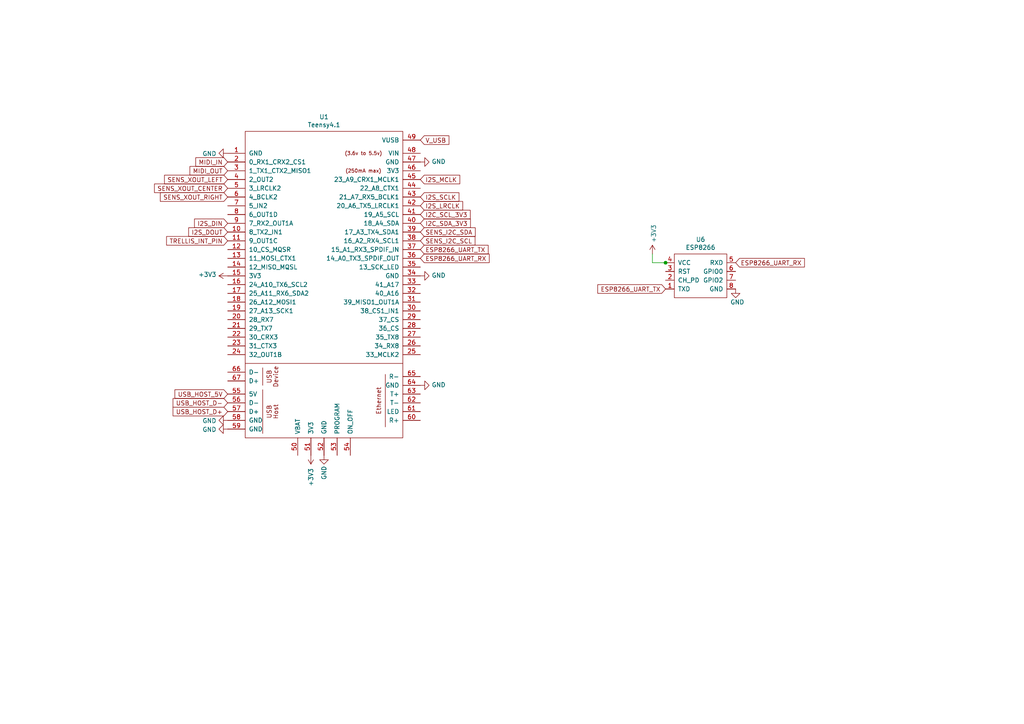
<source format=kicad_sch>
(kicad_sch (version 20211123) (generator eeschema)
  (paper "A4")
  (lib_symbols
    (symbol "RTPLibs:ESP82SerialTransc" (pin_names (offset 1.016))
      (property "Reference" "U" (at -6.35 7.62 0))
      (property "Value" "RTPLibs_ESP82SerialTransc" (at 0 -8.89 0))
      (symbol "ESP82SerialTransc_0_1"
        (rectangle (start -7.62 6.35) (end 7.62 -6.35))
      )
      (symbol "ESP82SerialTransc_1_1"
        (pin input line (at -10.16 -3.81 0) (length 2.54) (name "TXD") (number "1"))
        (pin input line (at -10.16 -1.27 0) (length 2.54) (name "CH_PD") (number "2"))
        (pin input line (at -10.16 1.27 0) (length 2.54) (name "RST") (number "3"))
        (pin input line (at -10.16 3.81 0) (length 2.54) (name "VCC") (number "4"))
        (pin input line (at 10.16 3.81 180) (length 2.54) (name "RXD") (number "5"))
        (pin input line (at 10.16 1.27 180) (length 2.54) (name "GPIO0") (number "6"))
        (pin input line (at 10.16 -1.27 180) (length 2.54) (name "GPIO2") (number "7"))
        (pin input line (at 10.16 -3.81 180) (length 2.54) (name "GND") (number "8"))
      )
    )
    (symbol "power:+3V3" (power) (pin_names (offset 0))
      (property "Value" "+3V3" (at 0 3.556 0))
      (symbol "+3V3_0_1"
        (polyline (pts (xy -0.762 1.27) (xy 0 2.54)))
        (polyline (pts (xy 0 0) (xy 0 2.54)))
        (polyline (pts (xy 0 2.54) (xy 0.762 1.27)))
      )
      (symbol "+3V3_1_1"
        (pin power_in line (at 0 0 90) (length 0) hide (name "+3V3") (number "1"))
      )
    )
    (symbol "power:GND" (power) (pin_names (offset 0))
      (property "Value" "GND" (at 0 -3.81 0))
      (symbol "GND_0_1"
        (polyline (pts (xy 0 0) (xy 0 -1.27) (xy 1.27 -1.27) (xy 0 -2.54) (xy -1.27 -1.27) (xy 0 -1.27)))
      )
      (symbol "GND_1_1"
        (pin power_in line (at 0 0 270) (length 0) hide (name "GND") (number "1"))
      )
    )
    (symbol "teensy:Teensy4.1" (pin_names (offset 1.016))
      (property "Reference" "U" (at 0 64.77 0))
      (property "Value" "teensy_Teensy4.1" (at 0 62.23 0))
      (symbol "Teensy4.1_0_0"
        (polyline (pts (xy -22.86 -6.35) (xy 22.86 -6.35)))
        (polyline (pts (xy -17.78 -26.67) (xy -17.78 -13.97)))
        (polyline (pts (xy -17.78 -7.62) (xy -17.78 -12.7)))
        (polyline (pts (xy 17.78 -9.525) (xy 17.78 -24.765)))
        (text "(250mA max)" (at 11.43 49.53 0) (effects (font (size 1.016 1.016))))
        (text "(3.6v to 5.5v)" (at 11.43 54.61 0) (effects (font (size 1.016 1.016))))
        (text "Device" (at -13.97 -10.16 900) (effects (font (size 1.27 1.27))))
        (text "Ethernet" (at 15.875 -17.145 900) (effects (font (size 1.27 1.27))))
        (text "Host" (at -13.97 -20.32 900) (effects (font (size 1.27 1.27))))
        (text "USB" (at -15.875 -20.32 900) (effects (font (size 1.27 1.27))))
        (text "USB" (at -15.875 -10.16 900) (effects (font (size 1.27 1.27))))
        (pin bidirectional line (at -27.94 31.75 0) (length 5.08) (name "8_TX2_IN1") (number "10"))
        (pin bidirectional line (at -27.94 29.21 0) (length 5.08) (name "9_OUT1C") (number "11"))
        (pin bidirectional line (at -27.94 26.67 0) (length 5.08) (name "10_CS_MQSR") (number "12"))
        (pin bidirectional line (at -27.94 24.13 0) (length 5.08) (name "11_MOSI_CTX1") (number "13"))
        (pin bidirectional line (at -27.94 21.59 0) (length 5.08) (name "12_MISO_MQSL") (number "14"))
        (pin power_in line (at -27.94 19.05 0) (length 5.08) (name "3V3") (number "15"))
        (pin bidirectional line (at -27.94 16.51 0) (length 5.08) (name "24_A10_TX6_SCL2") (number "16"))
        (pin bidirectional line (at -27.94 13.97 0) (length 5.08) (name "25_A11_RX6_SDA2") (number "17"))
        (pin bidirectional line (at -27.94 11.43 0) (length 5.08) (name "26_A12_MOSI1") (number "18"))
        (pin bidirectional line (at -27.94 8.89 0) (length 5.08) (name "27_A13_SCK1") (number "19"))
        (pin bidirectional line (at -27.94 6.35 0) (length 5.08) (name "28_RX7") (number "20"))
        (pin bidirectional line (at -27.94 3.81 0) (length 5.08) (name "29_TX7") (number "21"))
        (pin bidirectional line (at -27.94 1.27 0) (length 5.08) (name "30_CRX3") (number "22"))
        (pin bidirectional line (at -27.94 -1.27 0) (length 5.08) (name "31_CTX3") (number "23"))
        (pin bidirectional line (at -27.94 -3.81 0) (length 5.08) (name "32_OUT1B") (number "24"))
        (pin bidirectional line (at 27.94 -3.81 180) (length 5.08) (name "33_MCLK2") (number "25"))
        (pin bidirectional line (at 27.94 -1.27 180) (length 5.08) (name "34_RX8") (number "26"))
        (pin bidirectional line (at 27.94 1.27 180) (length 5.08) (name "35_TX8") (number "27"))
        (pin bidirectional line (at 27.94 3.81 180) (length 5.08) (name "36_CS") (number "28"))
        (pin bidirectional line (at 27.94 6.35 180) (length 5.08) (name "37_CS") (number "29"))
        (pin bidirectional line (at 27.94 8.89 180) (length 5.08) (name "38_CS1_IN1") (number "30"))
        (pin bidirectional line (at 27.94 11.43 180) (length 5.08) (name "39_MISO1_OUT1A") (number "31"))
        (pin bidirectional line (at 27.94 13.97 180) (length 5.08) (name "40_A16") (number "32"))
        (pin bidirectional line (at 27.94 16.51 180) (length 5.08) (name "41_A17") (number "33"))
        (pin bidirectional line (at 27.94 21.59 180) (length 5.08) (name "13_SCK_LED") (number "35"))
        (pin bidirectional line (at 27.94 24.13 180) (length 5.08) (name "14_A0_TX3_SPDIF_OUT") (number "36"))
        (pin bidirectional line (at 27.94 26.67 180) (length 5.08) (name "15_A1_RX3_SPDIF_IN") (number "37"))
        (pin bidirectional line (at 27.94 29.21 180) (length 5.08) (name "16_A2_RX4_SCL1") (number "38"))
        (pin bidirectional line (at 27.94 31.75 180) (length 5.08) (name "17_A3_TX4_SDA1") (number "39"))
        (pin bidirectional line (at 27.94 34.29 180) (length 5.08) (name "18_A4_SDA") (number "40"))
        (pin bidirectional line (at 27.94 36.83 180) (length 5.08) (name "19_A5_SCL") (number "41"))
        (pin bidirectional line (at 27.94 39.37 180) (length 5.08) (name "20_A6_TX5_LRCLK1") (number "42"))
        (pin bidirectional line (at 27.94 41.91 180) (length 5.08) (name "21_A7_RX5_BCLK1") (number "43"))
        (pin bidirectional line (at 27.94 44.45 180) (length 5.08) (name "22_A8_CTX1") (number "44"))
        (pin bidirectional line (at 27.94 46.99 180) (length 5.08) (name "23_A9_CRX1_MCLK1") (number "45"))
        (pin output line (at 27.94 49.53 180) (length 5.08) (name "3V3") (number "46"))
        (pin output line (at 27.94 52.07 180) (length 5.08) (name "GND") (number "47"))
        (pin power_in line (at 27.94 54.61 180) (length 5.08) (name "VIN") (number "48"))
        (pin power_out line (at 27.94 58.42 180) (length 5.08) (name "VUSB") (number "49"))
        (pin bidirectional line (at -27.94 44.45 0) (length 5.08) (name "3_LRCLK2") (number "5"))
        (pin power_in line (at -7.62 -33.02 90) (length 5.08) (name "VBAT") (number "50"))
        (pin power_in line (at -3.81 -33.02 90) (length 5.08) (name "3V3") (number "51"))
        (pin input line (at 0 -33.02 90) (length 5.08) (name "GND") (number "52"))
        (pin input line (at 3.81 -33.02 90) (length 5.08) (name "PROGRAM") (number "53"))
        (pin input line (at 7.62 -33.02 90) (length 5.08) (name "ON_OFF") (number "54"))
        (pin power_out line (at -27.94 -15.24 0) (length 5.08) (name "5V") (number "55"))
        (pin bidirectional line (at -27.94 -17.78 0) (length 5.08) (name "D-") (number "56"))
        (pin bidirectional line (at -27.94 -20.32 0) (length 5.08) (name "D+") (number "57"))
        (pin power_in line (at -27.94 -22.86 0) (length 5.08) (name "GND") (number "58"))
        (pin power_in line (at -27.94 -25.4 0) (length 5.08) (name "GND") (number "59"))
        (pin bidirectional line (at -27.94 41.91 0) (length 5.08) (name "4_BCLK2") (number "6"))
        (pin bidirectional line (at 27.94 -22.86 180) (length 5.08) (name "R+") (number "60"))
        (pin bidirectional line (at 27.94 -20.32 180) (length 5.08) (name "LED") (number "61"))
        (pin bidirectional line (at 27.94 -17.78 180) (length 5.08) (name "T-") (number "62"))
        (pin bidirectional line (at 27.94 -15.24 180) (length 5.08) (name "T+") (number "63"))
        (pin power_in line (at 27.94 -12.7 180) (length 5.08) (name "GND") (number "64"))
        (pin bidirectional line (at 27.94 -10.16 180) (length 5.08) (name "R-") (number "65"))
        (pin bidirectional line (at -27.94 -8.89 0) (length 5.08) (name "D-") (number "66"))
        (pin bidirectional line (at -27.94 -11.43 0) (length 5.08) (name "D+") (number "67"))
        (pin bidirectional line (at -27.94 39.37 0) (length 5.08) (name "5_IN2") (number "7"))
        (pin bidirectional line (at -27.94 36.83 0) (length 5.08) (name "6_OUT1D") (number "8"))
        (pin bidirectional line (at -27.94 34.29 0) (length 5.08) (name "7_RX2_OUT1A") (number "9"))
      )
      (symbol "Teensy4.1_0_1"
        (rectangle (start -22.86 60.96) (end 22.86 -27.94))
        (rectangle (start -20.32 -1.27) (end -20.32 -1.27))
      )
      (symbol "Teensy4.1_1_1"
        (pin power_in line (at -27.94 54.61 0) (length 5.08) (name "GND") (number "1"))
        (pin bidirectional line (at -27.94 52.07 0) (length 5.08) (name "0_RX1_CRX2_CS1") (number "2"))
        (pin bidirectional line (at -27.94 49.53 0) (length 5.08) (name "1_TX1_CTX2_MISO1") (number "3"))
        (pin power_in line (at 27.94 19.05 180) (length 5.08) (name "GND") (number "34"))
        (pin bidirectional line (at -27.94 46.99 0) (length 5.08) (name "2_OUT2") (number "4"))
      )
    )
  )
  (junction (at 193.04 76.2))
  (wire (pts (xy 194.31 76.2) (xy 193.04 76.2)))
  (wire (pts (xy 189.23 76.2) (xy 189.23 73.66)))
  (wire (pts (xy 193.04 76.2) (xy 189.23 76.2)))
  (global_label "I2S_DIN" (shape input) (at 66.04 64.77 180) (property "Intersheet References" "${INTERSHEET_REFS}" (effects hide)))
  (global_label "ESP8266_UART_RX" (shape input) (at 121.92 74.93 0) (property "Intersheet References" "${INTERSHEET_REFS}" (effects hide)))
  (global_label "ESP8266_UART_RX" (shape input) (at 213.36 76.2 0) (property "Intersheet References" "${INTERSHEET_REFS}" (effects hide)))
  (global_label "SENS_I2C_SDA" (shape input) (at 121.92 67.31 0) (property "Intersheet References" "${INTERSHEET_REFS}" (effects hide)))
  (global_label "USB_HOST_5V" (shape input) (at 66.04 114.3 180) (property "Intersheet References" "${INTERSHEET_REFS}" (effects hide)))
  (global_label "I2S_SCLK" (shape input) (at 121.92 57.15 0) (property "Intersheet References" "${INTERSHEET_REFS}" (effects hide)))
  (global_label "ESP8266_UART_TX" (shape input) (at 193.04 83.82 180) (property "Intersheet References" "${INTERSHEET_REFS}" (effects hide)))
  (global_label "I2S_DOUT" (shape input) (at 66.04 67.31 180) (property "Intersheet References" "${INTERSHEET_REFS}" (effects hide)))
  (global_label "SENS_I2C_SCL" (shape input) (at 121.92 69.85 0) (property "Intersheet References" "${INTERSHEET_REFS}" (effects hide)))
  (global_label "USB_HOST_D+" (shape input) (at 66.04 119.38 180) (property "Intersheet References" "${INTERSHEET_REFS}" (effects hide)))
  (global_label "MIDI_OUT" (shape input) (at 66.04 49.53 180) (property "Intersheet References" "${INTERSHEET_REFS}" (effects hide)))
  (global_label "MIDI_IN" (shape input) (at 66.04 46.99 180) (property "Intersheet References" "${INTERSHEET_REFS}" (effects hide)))
  (global_label "I2C_SDA_3V3" (shape input) (at 121.92 64.77 0) (property "Intersheet References" "${INTERSHEET_REFS}" (effects hide)))
  (global_label "I2C_SCL_3V3" (shape input) (at 121.92 62.23 0) (property "Intersheet References" "${INTERSHEET_REFS}" (effects hide)))
  (global_label "SENS_XOUT_LEFT" (shape input) (at 66.04 52.07 180) (property "Intersheet References" "${INTERSHEET_REFS}" (effects hide)))
  (global_label "V_USB" (shape input) (at 121.92 40.64 0) (property "Intersheet References" "${INTERSHEET_REFS}" (effects hide)))
  (global_label "SENS_XOUT_RIGHT" (shape input) (at 66.04 57.15 180) (property "Intersheet References" "${INTERSHEET_REFS}" (effects hide)))
  (global_label "TRELLIS_INT_PIN" (shape input) (at 66.04 69.85 180) (property "Intersheet References" "${INTERSHEET_REFS}" (effects hide)))
  (global_label "I2S_LRCLK" (shape input) (at 121.92 59.69 0) (property "Intersheet References" "${INTERSHEET_REFS}" (effects hide)))
  (global_label "SENS_XOUT_CENTER" (shape input) (at 66.04 54.61 180) (property "Intersheet References" "${INTERSHEET_REFS}" (effects hide)))
  (global_label "USB_HOST_D-" (shape input) (at 66.04 116.84 180) (property "Intersheet References" "${INTERSHEET_REFS}" (effects hide)))
  (global_label "ESP8266_UART_TX" (shape input) (at 121.92 72.39 0) (property "Intersheet References" "${INTERSHEET_REFS}" (effects hide)))
  (global_label "I2S_MCLK" (shape input) (at 121.92 52.07 0) (property "Intersheet References" "${INTERSHEET_REFS}" (effects hide)))
  (symbol (lib_id "teensy:Teensy4.1") (at 93.98 99.06 0)
    (property "Reference" "U1" (at 93.98 33.909 0))
    (property "Value" "Teensy4.1" (at 93.98 36.2204 0))
    (property "Footprint" "teensy:Teensy41" (effects hide))
  )
  (symbol (lib_id "power:GND") (at 66.04 44.45 270) (unit 1)
    (property "Reference" "#PWR0101" (effects hide))
    (property "Value" "GND" (at 62.7888 44.577 90) (effects (justify right)))
  )
  (symbol (lib_id "power:GND") (at 93.98 132.08 0) (unit 1)
    (property "Reference" "#PWR0102" (effects hide))
    (property "Value" "GND" (at 93.98 137.16 90))
  )
  (symbol (lib_id "power:GND") (at 66.04 121.92 270) (unit 1)
    (property "Reference" "#PWR0103" (effects hide))
    (property "Value" "GND" (at 62.7888 122.047 90) (effects (justify right)))
  )
  (symbol (lib_id "power:GND") (at 66.04 124.46 270) (unit 1)
    (property "Reference" "#PWR0104" (effects hide))
    (property "Value" "GND" (at 62.7888 124.587 90) (effects (justify right)))
  )
  (symbol (lib_id "power:GND") (at 121.92 80.01 90) (unit 1)
    (property "Reference" "#PWR0105" (effects hide))
    (property "Value" "GND" (at 125.1712 79.883 90) (effects (justify right)))
  )
  (symbol (lib_id "power:GND") (at 121.92 46.99 90) (unit 1)
    (property "Reference" "#PWR0106" (effects hide))
    (property "Value" "GND" (at 125.1712 46.863 90) (effects (justify right)))
  )
  (symbol (lib_id "power:GND") (at 121.92 111.76 90) (unit 1)
    (property "Reference" "#PWR0107" (effects hide))
    (property "Value" "GND" (at 125.1712 111.633 90) (effects (justify right)))
  )
  (symbol (lib_id "power:+3V3") (at 66.04 80.01 90) (unit 1)
    (property "Reference" "#PWR0108" (effects hide))
    (property "Value" "+3V3" (at 62.7888 79.629 90) (effects (justify left)))
  )
  (symbol (lib_id "power:+3V3") (at 90.17 132.08 180) (unit 1)
    (property "Reference" "#PWR0109" (effects hide))
    (property "Value" "+3V3" (at 90.17 138.43 90))
  )
  (symbol (lib_id "RTPLibs:ESP82SerialTransc") (at 203.2 80.01 0) (unit 1)
    (property "Reference" "U6" (at 203.2 69.469 0))
    (property "Value" "ESP8266" (at 203.2 71.7804 0))
    (property "Footprint" "ESP32-Footprints:ESP82SerialTransceiver" (effects hide))
  )
  (symbol (lib_id "power:+3V3") (at 189.23 73.66 0) (unit 1)
    (property "Reference" "#PWR032" (effects hide))
    (property "Value" "+3V3" (at 189.611 70.4088 90) (effects (justify left)))
  )
  (symbol (lib_id "power:GND") (at 213.36 83.82 0) (unit 1)
    (property "Reference" "#PWR033" (effects hide))
    (property "Value" "GND" (at 215.9 87.63 0) (effects (justify right)))
  )
)
</source>
